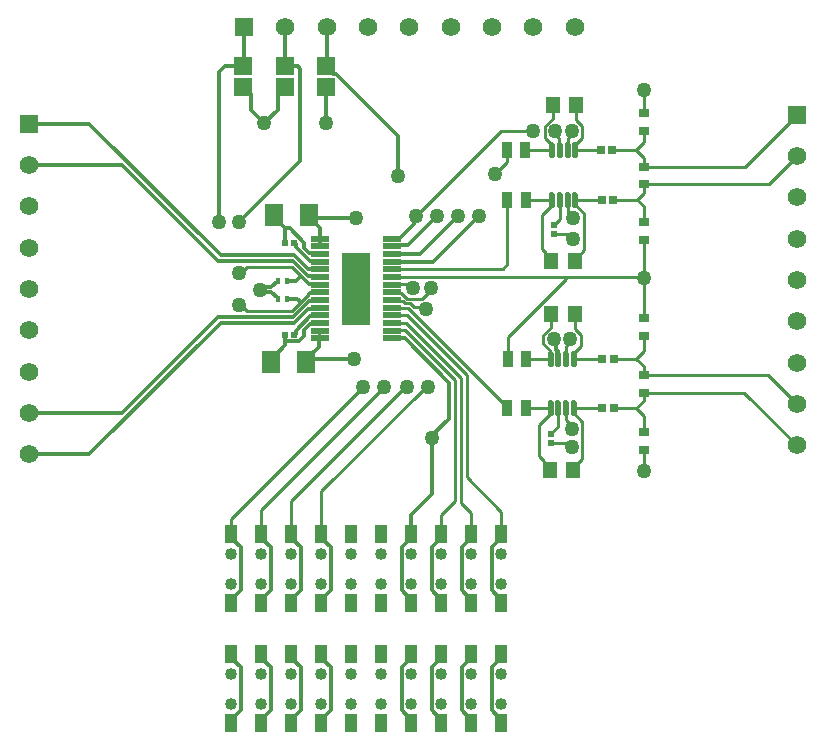
<source format=gbr>
%TF.GenerationSoftware,Altium Limited,Altium Designer,22.9.1 (49)*%
G04 Layer_Physical_Order=1*
G04 Layer_Color=255*
%FSLAX25Y25*%
%MOIN*%
%TF.SameCoordinates,E4663CD6-9850-4590-99AB-2D6E941D03D6*%
%TF.FilePolarity,Positive*%
%TF.FileFunction,Copper,L1,Top,Signal*%
%TF.Part,Single*%
G01*
G75*
%TA.AperFunction,SMDPad,CuDef*%
G04:AMPARAMS|DCode=10|XSize=94.49mil|YSize=242.91mil|CornerRadius=1.89mil|HoleSize=0mil|Usage=FLASHONLY|Rotation=0.000|XOffset=0mil|YOffset=0mil|HoleType=Round|Shape=RoundedRectangle|*
%AMROUNDEDRECTD10*
21,1,0.09449,0.23913,0,0,0.0*
21,1,0.09071,0.24291,0,0,0.0*
1,1,0.00378,0.04535,-0.11957*
1,1,0.00378,-0.04535,-0.11957*
1,1,0.00378,-0.04535,0.11957*
1,1,0.00378,0.04535,0.11957*
%
%ADD10ROUNDEDRECTD10*%
G04:AMPARAMS|DCode=11|XSize=17.72mil|YSize=62.99mil|CornerRadius=1.95mil|HoleSize=0mil|Usage=FLASHONLY|Rotation=90.000|XOffset=0mil|YOffset=0mil|HoleType=Round|Shape=RoundedRectangle|*
%AMROUNDEDRECTD11*
21,1,0.01772,0.05909,0,0,90.0*
21,1,0.01382,0.06299,0,0,90.0*
1,1,0.00390,0.02955,0.00691*
1,1,0.00390,0.02955,-0.00691*
1,1,0.00390,-0.02955,-0.00691*
1,1,0.00390,-0.02955,0.00691*
%
%ADD11ROUNDEDRECTD11*%
%ADD12R,0.01575X0.01968*%
%ADD13R,0.05928X0.07316*%
%ADD14R,0.06127X0.06213*%
%TA.AperFunction,ConnectorPad*%
%ADD15R,0.03937X0.06142*%
%TA.AperFunction,SMDPad,CuDef*%
%ADD16R,0.04724X0.05709*%
G04:AMPARAMS|DCode=17|XSize=17.72mil|YSize=51.18mil|CornerRadius=4.43mil|HoleSize=0mil|Usage=FLASHONLY|Rotation=180.000|XOffset=0mil|YOffset=0mil|HoleType=Round|Shape=RoundedRectangle|*
%AMROUNDEDRECTD17*
21,1,0.01772,0.04232,0,0,180.0*
21,1,0.00886,0.05118,0,0,180.0*
1,1,0.00886,-0.00443,0.02116*
1,1,0.00886,0.00443,0.02116*
1,1,0.00886,0.00443,-0.02116*
1,1,0.00886,-0.00443,-0.02116*
%
%ADD17ROUNDEDRECTD17*%
G04:AMPARAMS|DCode=18|XSize=17.72mil|YSize=51.18mil|CornerRadius=4.43mil|HoleSize=0mil|Usage=FLASHONLY|Rotation=180.000|XOffset=0mil|YOffset=0mil|HoleType=Round|Shape=RoundedRectangle|*
%AMROUNDEDRECTD18*
21,1,0.01772,0.04232,0,0,180.0*
21,1,0.00886,0.05118,0,0,180.0*
1,1,0.00886,-0.00443,0.02116*
1,1,0.00886,0.00443,0.02116*
1,1,0.00886,0.00443,-0.02116*
1,1,0.00886,-0.00443,-0.02116*
%
%ADD18ROUNDEDRECTD18*%
%ADD19R,0.03937X0.06142*%
%ADD20R,0.03740X0.05315*%
%ADD21R,0.03543X0.03150*%
%ADD22R,0.02756X0.02559*%
%ADD23R,0.02029X0.01860*%
%ADD24R,0.02047X0.02047*%
%TA.AperFunction,Conductor*%
%ADD25C,0.01200*%
%ADD26C,0.01000*%
%TA.AperFunction,ComponentPad*%
%ADD27C,0.02000*%
%ADD28C,0.06165*%
%ADD29R,0.06165X0.06165*%
%ADD30C,0.04016*%
%ADD31R,0.06165X0.06165*%
%TA.AperFunction,ViaPad*%
%ADD32C,0.05000*%
D10*
X166492Y151366D02*
D03*
D11*
X154484Y168000D02*
D03*
Y165441D02*
D03*
Y162882D02*
D03*
Y160323D02*
D03*
Y157764D02*
D03*
Y155205D02*
D03*
Y152646D02*
D03*
Y150087D02*
D03*
Y147528D02*
D03*
Y144968D02*
D03*
Y142409D02*
D03*
Y139850D02*
D03*
Y137291D02*
D03*
Y134732D02*
D03*
X178500Y168000D02*
D03*
Y165441D02*
D03*
Y162882D02*
D03*
Y160323D02*
D03*
Y157764D02*
D03*
Y155205D02*
D03*
Y152646D02*
D03*
Y150087D02*
D03*
Y147528D02*
D03*
Y144968D02*
D03*
Y142409D02*
D03*
Y139850D02*
D03*
Y137291D02*
D03*
Y134732D02*
D03*
D12*
X140425Y154000D02*
D03*
X143575D02*
D03*
X140425Y148000D02*
D03*
X143575D02*
D03*
D13*
X149812Y127000D02*
D03*
X138188D02*
D03*
X150812Y176000D02*
D03*
X139188D02*
D03*
D14*
X129000Y225402D02*
D03*
Y218598D02*
D03*
X156500Y225402D02*
D03*
Y218598D02*
D03*
X143000Y225402D02*
D03*
Y218598D02*
D03*
D15*
X125000Y6563D02*
D03*
Y29437D02*
D03*
X135000Y6563D02*
D03*
Y29437D02*
D03*
X145000Y6563D02*
D03*
Y29437D02*
D03*
X155000Y6563D02*
D03*
Y29437D02*
D03*
X165000Y6563D02*
D03*
Y29437D02*
D03*
X175000Y6563D02*
D03*
Y29437D02*
D03*
X185000Y6563D02*
D03*
Y29437D02*
D03*
X195000Y6563D02*
D03*
Y29437D02*
D03*
X205000Y6563D02*
D03*
Y29437D02*
D03*
X215000Y6563D02*
D03*
Y29437D02*
D03*
D16*
X238937Y91000D02*
D03*
X231063D02*
D03*
X239437Y160500D02*
D03*
X231563D02*
D03*
Y143000D02*
D03*
X239437D02*
D03*
X232063Y212500D02*
D03*
X239937D02*
D03*
D17*
X237059Y181000D02*
D03*
X234500Y197535D02*
D03*
X237059D02*
D03*
X231941Y181000D02*
D03*
X234500D02*
D03*
X239618D02*
D03*
X231941Y197535D02*
D03*
X231441Y128035D02*
D03*
X239118Y111500D02*
D03*
X234000D02*
D03*
X231441D02*
D03*
X236559Y128035D02*
D03*
X234000D02*
D03*
X236559Y111500D02*
D03*
D18*
X239618Y197535D02*
D03*
X239118Y128035D02*
D03*
D19*
X125000Y46563D02*
D03*
X145000D02*
D03*
X155000D02*
D03*
X165000D02*
D03*
X175000D02*
D03*
X185000D02*
D03*
X195000D02*
D03*
X205000D02*
D03*
X215000D02*
D03*
Y69437D02*
D03*
X205000D02*
D03*
X195000D02*
D03*
X185000D02*
D03*
X175000D02*
D03*
X165000D02*
D03*
X155000D02*
D03*
X145000D02*
D03*
X135000D02*
D03*
Y46563D02*
D03*
X125000Y69437D02*
D03*
D20*
X223051Y181000D02*
D03*
X216949D02*
D03*
X223000Y197500D02*
D03*
X216898D02*
D03*
X223209Y128000D02*
D03*
X217106D02*
D03*
X223051Y111500D02*
D03*
X216949D02*
D03*
D21*
X262500Y186047D02*
D03*
Y191953D02*
D03*
Y141453D02*
D03*
Y135547D02*
D03*
Y167595D02*
D03*
Y173500D02*
D03*
Y116547D02*
D03*
Y122453D02*
D03*
Y209906D02*
D03*
Y204000D02*
D03*
Y97547D02*
D03*
Y103453D02*
D03*
D22*
X252370Y128000D02*
D03*
X248630D02*
D03*
X252370Y111500D02*
D03*
X248630D02*
D03*
X252000Y197500D02*
D03*
X248260D02*
D03*
X252240Y181000D02*
D03*
X248500D02*
D03*
D23*
X145990Y136000D02*
D03*
X143010D02*
D03*
X145990Y166500D02*
D03*
X143010D02*
D03*
D24*
X232500Y172575D02*
D03*
Y169425D02*
D03*
X231500Y103000D02*
D03*
Y99850D02*
D03*
D25*
X185000Y69437D02*
Y76000D01*
X192000Y83000D02*
Y101500D01*
X185000Y76000D02*
X192000Y83000D01*
X185000Y68335D02*
Y69437D01*
X192000Y101500D02*
Y102528D01*
X182768Y134732D02*
X197500Y120000D01*
X192000Y102528D02*
X197500Y108028D01*
Y120000D01*
X178500Y134732D02*
X182768D01*
X233714Y128321D02*
Y130503D01*
X233227Y130990D02*
Y133732D01*
X233714Y128321D02*
X234000Y128035D01*
X233227Y130990D02*
X233714Y130503D01*
X232500Y134459D02*
X233227Y133732D01*
X125000Y6563D02*
Y7665D01*
X128108Y10773D01*
Y25227D01*
X125000Y28335D02*
Y29437D01*
Y28335D02*
X128108Y25227D01*
X181892Y50773D02*
X185000Y47665D01*
X181892Y50773D02*
Y65227D01*
X185000Y68335D01*
Y46563D02*
Y47665D01*
Y6563D02*
Y7665D01*
X181892Y10773D02*
X185000Y7665D01*
X181892Y10773D02*
Y25227D01*
X185000Y28335D01*
Y29437D01*
X178500Y162882D02*
X187882D01*
X183727Y165727D02*
X193500Y175500D01*
X178500Y165441D02*
X178786Y165727D01*
X183727D01*
X125000Y46563D02*
Y47665D01*
X128108Y50773D01*
Y65227D01*
X125000Y68335D02*
X128108Y65227D01*
X125000Y68335D02*
Y69437D01*
X178500Y160323D02*
X192323D01*
X207500Y175500D01*
X187882Y162882D02*
X200500Y175500D01*
X180764Y168000D02*
X185773Y173009D01*
X178500Y168000D02*
X180764D01*
X185773Y173009D02*
Y174773D01*
X186500Y175500D01*
X152340Y173778D02*
X154484Y171634D01*
X151159Y175653D02*
X151812Y175000D01*
X151465Y174653D02*
X152340Y173778D01*
X139535Y175653D02*
X141552Y173636D01*
X141205Y173289D02*
X143010Y171485D01*
X150812Y175306D02*
Y176000D01*
X154484Y168000D02*
Y171634D01*
X150812Y175306D02*
X154484Y171634D01*
Y165441D02*
Y168000D01*
X149288Y164901D02*
X151022Y163168D01*
X154198D01*
X154484Y162882D01*
X150806Y152931D02*
X154198D01*
X150512Y153225D02*
X150806Y152931D01*
X154198D02*
X154484Y152646D01*
X151134Y149801D02*
X154198D01*
X154484Y150087D01*
X150940Y149607D02*
X151134Y149801D01*
X150838Y147242D02*
X154198D01*
X145596Y142000D02*
X150838Y147242D01*
X154198D02*
X154484Y147528D01*
X146000Y140000D02*
X150683Y144683D01*
X154198D02*
X154484Y144968D01*
X150683Y144683D02*
X154198D01*
X145990Y136000D02*
X146075D01*
X146405Y136330D01*
Y137248D01*
X151281Y142124D01*
X154198D01*
X154484Y142409D01*
X149144Y135654D02*
Y137499D01*
X151210Y139565D01*
X143010Y136000D02*
X143094D01*
X151210Y139565D02*
X154198D01*
X154484Y139850D01*
X156500Y206500D02*
Y218598D01*
X131463Y211037D02*
Y216135D01*
Y211037D02*
X136000Y206500D01*
X140537Y211037D02*
Y216135D01*
X136000Y206500D02*
X140537Y211037D01*
X158963Y222895D02*
X159928D01*
X180500Y202324D01*
Y189000D02*
Y202324D01*
X156500Y225359D02*
Y225402D01*
Y225359D02*
X158963Y222895D01*
X156720Y225622D02*
Y238500D01*
X156500Y225402D02*
X156720Y225622D01*
X142500Y225402D02*
X142750Y225652D01*
X148000Y194000D02*
Y224699D01*
X147297Y225402D02*
X148000Y224699D01*
X143000Y225402D02*
X147297D01*
X127500Y173500D02*
X148000Y194000D01*
X129161Y226740D02*
X130500Y225402D01*
X121000Y173500D02*
Y223469D01*
X122933Y225402D02*
X129000D01*
X121000Y223469D02*
X122933Y225402D01*
X146000Y162500D02*
X150544Y157956D01*
X121500Y162500D02*
X146000D01*
X77661Y206339D02*
X121500Y162500D01*
X145400Y160600D02*
X150603Y155397D01*
X88596Y192500D02*
X120496Y160600D01*
X145400D01*
X128902Y225500D02*
X129000Y225402D01*
Y218598D02*
X131463Y216135D01*
X140537D02*
X143000Y218598D01*
X142941Y225843D02*
Y238500D01*
X129161Y226740D02*
Y238500D01*
X138349Y150273D02*
X140425Y148197D01*
X135227Y150273D02*
X138349D01*
X140425Y148000D02*
Y148197D01*
X134500Y151000D02*
X135227Y150273D01*
X138349Y151727D02*
X140425Y153803D01*
X134500Y151000D02*
X135227Y151727D01*
X140425Y153803D02*
Y154000D01*
X135227Y151727D02*
X138349D01*
X88382Y109882D02*
X120500Y142000D01*
X145596D01*
X57500Y109882D02*
X88382D01*
X121500Y140000D02*
X146000D01*
X77602Y96102D02*
X121500Y140000D01*
X57500Y96102D02*
X77602D01*
X151812Y175000D02*
X152687Y174125D01*
X151812Y175000D02*
X166500D01*
X150812Y176000D02*
X151812Y175000D01*
X143010Y171485D02*
X144506D01*
X149288Y166702D01*
Y164901D02*
Y166702D01*
X139188Y175306D02*
X141205Y173289D01*
X143010Y166500D02*
Y171485D01*
X139188Y175306D02*
Y176000D01*
X151116Y160515D02*
X154034D01*
X146075Y166500D02*
X146405Y166170D01*
X145990Y166500D02*
X146075D01*
X154034Y160515D02*
X154319Y160229D01*
X146405Y165226D02*
X151116Y160515D01*
X146405Y165226D02*
Y166170D01*
X143010Y134258D02*
Y136000D01*
Y132515D02*
Y134258D01*
X143297Y133970D02*
X147460D01*
X143010Y134258D02*
X143297Y133970D01*
X149812Y127000D02*
X150812Y128000D01*
X166000D01*
X152425Y130058D02*
X154319Y131953D01*
X152176Y130058D02*
X152425D01*
X149812Y127000D02*
Y127694D01*
X154319Y131953D02*
Y134638D01*
X149812Y127694D02*
X152176Y130058D01*
X138188Y127000D02*
Y127694D01*
X143010Y132515D01*
X147460Y133970D02*
X149144Y135654D01*
X57500Y206339D02*
X77661D01*
X57559Y192500D02*
X88596D01*
X146940Y148000D02*
X148066Y146874D01*
X143575Y148000D02*
X146940D01*
X146512Y154000D02*
X148054Y155542D01*
X143575Y154000D02*
X146512D01*
X150544Y157956D02*
X154034D01*
X150603Y155397D02*
X154034D01*
X154319Y155111D01*
X154034Y157956D02*
X154319Y157670D01*
X139188Y176000D02*
X141552Y173636D01*
X215000Y6563D02*
Y7665D01*
X211892Y10773D02*
X215000Y7665D01*
X211892Y10773D02*
Y25227D01*
X215000Y28335D01*
Y29437D01*
X205000Y6563D02*
Y7665D01*
X201892Y10773D02*
X205000Y7665D01*
X201892Y10773D02*
Y25227D01*
X205000Y28335D01*
Y29437D01*
X195000Y6563D02*
Y7665D01*
X191892Y10773D02*
X195000Y7665D01*
X191892Y10773D02*
Y25227D01*
X195000Y28335D01*
Y29437D01*
X155000Y6563D02*
Y7665D01*
X158108Y10773D01*
Y25227D01*
X155000Y28335D02*
X158108Y25227D01*
X155000Y28335D02*
Y29437D01*
X145000Y28335D02*
X148108Y25227D01*
X145000Y7665D02*
X148108Y10773D01*
X145000Y6563D02*
Y7665D01*
Y28335D02*
Y29437D01*
X148108Y10773D02*
Y25227D01*
X135000Y6563D02*
Y7665D01*
X138108Y10773D01*
Y25227D01*
X135000Y28335D02*
X138108Y25227D01*
X135000Y28335D02*
Y29437D01*
X195000Y68335D02*
Y69437D01*
X205000Y68335D02*
Y69437D01*
X215000Y68335D02*
Y69437D01*
X135000Y68335D02*
Y69437D01*
X145000Y68335D02*
Y69437D01*
X155000Y68335D02*
Y69437D01*
X57500Y192559D02*
X57559Y192500D01*
X215000Y46563D02*
Y47665D01*
X211892Y50773D02*
X215000Y47665D01*
X211892Y50773D02*
Y65227D01*
X215000Y68335D01*
X205000Y46563D02*
Y47665D01*
X201892Y50773D02*
Y65227D01*
X205000Y68335D01*
X201892Y50773D02*
X205000Y47665D01*
X195000Y46563D02*
Y47665D01*
X191892Y50773D02*
Y65227D01*
X195000Y68335D01*
X191892Y50773D02*
X195000Y47665D01*
X155000Y46563D02*
Y47665D01*
X158108Y50773D01*
Y65227D01*
X155000Y68335D02*
X158108Y65227D01*
X145000Y46563D02*
Y47665D01*
X148108Y50773D01*
Y65227D01*
X145000Y68335D02*
X148108Y65227D01*
X135000Y46563D02*
Y47665D01*
X138108Y50773D01*
Y65227D01*
X135000Y68335D02*
X138108Y65227D01*
D26*
X155000Y83793D02*
X189707Y118500D01*
X183000D02*
X183500D01*
X155000Y69437D02*
Y83793D01*
X145000Y80500D02*
X183000Y118500D01*
X189707D02*
X190500D01*
X199500Y80500D02*
Y120828D01*
X195000Y76000D02*
X199500Y80500D01*
X182953Y137376D02*
X199500Y120828D01*
X201500Y80000D02*
Y121657D01*
Y80000D02*
X205000Y76500D01*
X183173Y139984D02*
X201500Y121657D01*
X183442Y142543D02*
X203500Y122485D01*
X178353Y137376D02*
X182953D01*
X203500Y88500D02*
Y122485D01*
Y88500D02*
X215000Y77000D01*
X178303Y139984D02*
X183173D01*
X178303Y152779D02*
X183138D01*
X178303Y150221D02*
X178689Y149835D01*
X145237Y158500D02*
X150512Y153225D01*
X127500Y146000D02*
X128086D01*
X130086Y144000D01*
X145333D01*
X130086Y158500D02*
X145237D01*
X127500Y156500D02*
X128086D01*
X130086Y158500D01*
X189379Y145121D02*
X190000Y144500D01*
X184621Y146500D02*
X186000Y145121D01*
X189379D01*
X215342Y113657D02*
X215579D01*
X178405Y145000D02*
X184000D01*
X215342Y113657D01*
X178303Y145102D02*
X178405Y145000D01*
X215579Y113657D02*
X216949Y112287D01*
X135000Y77500D02*
X176000Y118500D01*
X145000Y69437D02*
Y80500D01*
X135000Y69437D02*
Y77500D01*
X125000Y74700D02*
X168700Y118400D01*
X125000Y69437D02*
Y74700D01*
X145333Y144000D02*
X150940Y149607D01*
X143575Y154000D02*
Y154197D01*
X154287Y134866D02*
Y137039D01*
X154075Y137252D02*
X154287Y137039D01*
X154075Y137252D02*
X154114D01*
X154287Y137425D01*
X154244Y160457D02*
X154266Y160478D01*
X186500Y175500D02*
X215000Y204000D01*
X225500D01*
X195000Y69437D02*
Y76000D01*
X205000Y69437D02*
Y76500D01*
X178303Y137425D02*
X178353Y137376D01*
X216949Y111500D02*
Y112287D01*
X215000Y69437D02*
Y77000D01*
X188500Y148000D02*
X191500Y151000D01*
X181665Y149835D02*
X183500Y148000D01*
X188500D01*
X227500Y95500D02*
X229201Y93799D01*
X227500Y95500D02*
Y105886D01*
X229201Y92862D02*
Y93799D01*
X227500Y105886D02*
X231441Y109827D01*
X213000Y189500D02*
X216898Y193398D01*
X178303Y157898D02*
X215398D01*
X216949Y159449D01*
Y181000D01*
X262500Y90500D02*
Y97547D01*
Y209906D02*
Y217500D01*
X216898Y193398D02*
Y197500D01*
X217106Y135174D02*
X236594Y154661D01*
Y155339D01*
X262161D01*
X262500Y155000D01*
X178303Y155339D02*
X236594D01*
X217106Y128000D02*
Y135174D01*
X262500Y141453D02*
Y155000D01*
Y167595D01*
X191500Y151000D02*
Y151500D01*
X182879Y146500D02*
X184621D01*
X182103Y147276D02*
X182879Y146500D01*
X178689Y147276D02*
X182103D01*
X178303Y147661D02*
X178689Y147276D01*
X239118Y129709D02*
X241500Y132091D01*
X239118Y142681D02*
X239437Y143000D01*
Y138013D02*
Y143000D01*
X238000Y133507D02*
Y134500D01*
X239437Y138013D02*
X241500Y135950D01*
Y132091D02*
Y135950D01*
X236559Y132067D02*
X238000Y133507D01*
X229000Y133009D02*
Y135908D01*
X231055Y128421D02*
Y130954D01*
X223244Y128035D02*
X231441D01*
X229000Y135908D02*
X231441Y138349D01*
X229000Y133009D02*
X231055Y130954D01*
X231441Y138349D02*
Y142878D01*
X231055Y128421D02*
X231441Y128035D01*
Y142878D02*
X231563Y143000D01*
X239618Y179327D02*
X242500Y176445D01*
X239437Y160992D02*
X242500Y164055D01*
X237059Y176941D02*
X239000Y175000D01*
Y174750D02*
Y175000D01*
X242500Y164055D02*
Y176445D01*
X237893Y168000D02*
X238975D01*
X236467Y169425D02*
X237893Y168000D01*
X140437Y221205D02*
X143000Y218641D01*
Y218598D02*
Y218641D01*
X128925Y238264D02*
X129161Y238500D01*
X262500Y116547D02*
X295996D01*
X313500Y99043D01*
X262500Y122453D02*
X303870D01*
X313500Y112823D01*
X262500Y191953D02*
X296173D01*
X313500Y209279D01*
X262500Y186047D02*
X304047D01*
X313500Y195500D01*
X183138Y152779D02*
X184418Y151500D01*
X185500D01*
X178689Y149835D02*
X181665D01*
X236042Y99850D02*
X237392Y98500D01*
X231500Y99850D02*
X236042D01*
X237392Y98500D02*
X238475D01*
X236559Y107441D02*
X238500Y105500D01*
Y104500D02*
Y105500D01*
X236559Y107441D02*
Y111500D01*
X231500Y103000D02*
X234000Y105500D01*
Y111500D01*
X228500Y176000D02*
X231441Y178941D01*
X228500Y164532D02*
Y176000D01*
Y164532D02*
X229701Y163331D01*
X231441Y178941D02*
X231555D01*
X231941Y179327D01*
Y181000D01*
X229201Y92862D02*
X231063Y91000D01*
X231441Y109827D02*
Y111500D01*
X238937Y91000D02*
Y91492D01*
X242000Y94555D01*
Y106945D01*
X239118Y109827D02*
X242000Y106945D01*
X239118Y109827D02*
Y111500D01*
X236559Y128035D02*
Y132067D01*
X239118Y128035D02*
Y129709D01*
X239937Y207563D02*
X242000Y205500D01*
X239937Y207563D02*
Y212500D01*
X242000Y201591D02*
Y205500D01*
X239653Y199244D02*
X242000Y201591D01*
X237059Y197535D02*
X237177Y197653D01*
Y201594D02*
X238500Y202918D01*
X237177Y197653D02*
Y201594D01*
X238500Y202918D02*
Y204000D01*
X232063Y208013D02*
Y212500D01*
X233000Y202918D02*
Y204000D01*
X229500Y205450D02*
X232063Y208013D01*
X233000Y202918D02*
X234323Y201594D01*
X231941Y212378D02*
X232063Y212500D01*
X229500Y201650D02*
X231941Y199209D01*
X229500Y201650D02*
Y205450D01*
X234323Y199594D02*
X234500Y199418D01*
X234323Y199594D02*
Y201594D01*
X237059Y176941D02*
Y181000D01*
X232500Y169425D02*
X236467D01*
X234500Y174575D02*
Y181000D01*
X232500Y172575D02*
X234500Y174575D01*
X229701Y162362D02*
Y163331D01*
Y162362D02*
X231563Y160500D01*
Y160992D01*
X239618Y179327D02*
Y181000D01*
X239437Y160500D02*
Y160992D01*
X239653Y197500D02*
Y199244D01*
X231941Y197535D02*
Y199209D01*
X234500Y197535D02*
Y199418D01*
X178303Y142543D02*
X183442D01*
X252240Y181000D02*
X260256D01*
X262500Y191953D02*
Y194756D01*
X259756Y197500D02*
X262500Y194756D01*
Y183244D02*
Y186047D01*
X260256Y181000D02*
X262500Y183244D01*
Y173500D02*
Y178756D01*
X260256Y181000D02*
X262500Y178756D01*
X252370Y128000D02*
X260000D01*
X262500Y125500D01*
X260000Y128000D02*
X262500Y130500D01*
Y135547D01*
X252370Y111500D02*
X260000D01*
X262500Y109000D01*
X260000Y111500D02*
X262500Y114000D01*
Y122453D02*
Y125500D01*
Y114000D02*
Y116547D01*
X259756Y197500D02*
X262500Y200244D01*
X252000Y197500D02*
X259756D01*
X262500Y200244D02*
Y204000D01*
X223051Y181000D02*
X231941D01*
X262500Y103453D02*
Y109000D01*
X223209Y128000D02*
X223244Y128035D01*
X223051Y111500D02*
X231441D01*
X239618Y181000D02*
X248500D01*
X223035Y197535D02*
X231941D01*
X239653Y197500D02*
X248260D01*
X223000D02*
X223035Y197535D01*
X239118Y128035D02*
X239154Y128000D01*
X248630D01*
X239118Y111500D02*
X248630D01*
D27*
X162992Y161366D02*
D03*
X166492D02*
D03*
X169992D02*
D03*
Y157366D02*
D03*
X166492D02*
D03*
X162992D02*
D03*
X166492Y153866D02*
D03*
X162992D02*
D03*
X169992D02*
D03*
X162992Y148866D02*
D03*
X166492D02*
D03*
Y144866D02*
D03*
X162992D02*
D03*
X166492Y140866D02*
D03*
X162992D02*
D03*
X169917Y148889D02*
D03*
Y144889D02*
D03*
Y140889D02*
D03*
D28*
X198059Y238500D02*
D03*
X184280D02*
D03*
X170500D02*
D03*
X156720D02*
D03*
X142941D02*
D03*
X239398D02*
D03*
X225618D02*
D03*
X211839D02*
D03*
X57500Y96102D02*
D03*
X313500Y140382D02*
D03*
Y154161D02*
D03*
Y167941D02*
D03*
Y181720D02*
D03*
Y195500D02*
D03*
Y99043D02*
D03*
Y112823D02*
D03*
Y126602D02*
D03*
X57500Y137441D02*
D03*
Y151221D02*
D03*
Y165000D02*
D03*
Y178779D02*
D03*
Y192559D02*
D03*
Y109882D02*
D03*
Y123661D02*
D03*
D29*
X129161Y238500D02*
D03*
D30*
X125000Y63000D02*
D03*
X135000D02*
D03*
X145000D02*
D03*
X155000D02*
D03*
X185000D02*
D03*
X195000D02*
D03*
X205000D02*
D03*
X215000D02*
D03*
X125000Y23000D02*
D03*
X135000D02*
D03*
X145000D02*
D03*
X155000D02*
D03*
X165000D02*
D03*
X175000D02*
D03*
X185000D02*
D03*
X195000D02*
D03*
X205000D02*
D03*
X215000D02*
D03*
X125000Y13000D02*
D03*
X135000D02*
D03*
X145000D02*
D03*
X155000D02*
D03*
X165000D02*
D03*
X175000D02*
D03*
X185000D02*
D03*
X195000D02*
D03*
X205000D02*
D03*
X215000D02*
D03*
Y53000D02*
D03*
X205000D02*
D03*
X195000D02*
D03*
X185000D02*
D03*
X175000D02*
D03*
X165000D02*
D03*
X155000D02*
D03*
X145000D02*
D03*
X135000D02*
D03*
X125000D02*
D03*
X175000Y63000D02*
D03*
X165000D02*
D03*
D31*
X313500Y209279D02*
D03*
X57500Y206339D02*
D03*
D32*
X232500Y134459D02*
D03*
X183500Y118500D02*
D03*
X190500D02*
D03*
X136000Y206500D02*
D03*
X156500D02*
D03*
X180500Y189000D02*
D03*
X121000Y173500D02*
D03*
X127500D02*
D03*
Y156500D02*
D03*
Y146000D02*
D03*
X190000Y144500D02*
D03*
X176000Y118500D02*
D03*
X168700Y118400D02*
D03*
X134500Y151000D02*
D03*
X166500Y175000D02*
D03*
X166000Y128000D02*
D03*
X192000Y101500D02*
D03*
X200500Y175500D02*
D03*
X213000Y189500D02*
D03*
X262500Y217500D02*
D03*
Y90500D02*
D03*
Y155000D02*
D03*
X191500Y151500D02*
D03*
X238000Y134500D02*
D03*
X225500Y204000D02*
D03*
X239000Y174750D02*
D03*
X238975Y168000D02*
D03*
X185500Y151500D02*
D03*
X193500Y175500D02*
D03*
X238500Y104500D02*
D03*
X238475Y98500D02*
D03*
X238500Y204000D02*
D03*
X233000D02*
D03*
X207500Y175500D02*
D03*
X186500D02*
D03*
%TF.MD5,f225f2e424f15528c49e4890fe15ab17*%
M02*

</source>
